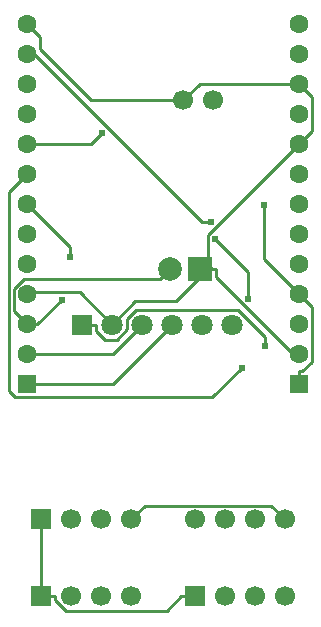
<source format=gbl>
G04 Layer: BottomLayer*
G04 EasyEDA v6.5.29, 2023-07-08 22:53:17*
G04 f4c6c8685b5442dcac5e84d632293f1e,52c161dc85b4440087471843f8ea1cfe,10*
G04 Gerber Generator version 0.2*
G04 Scale: 100 percent, Rotated: No, Reflected: No *
G04 Dimensions in millimeters *
G04 leading zeros omitted , absolute positions ,4 integer and 5 decimal *
%FSLAX45Y45*%
%MOMM*%

%AMMACRO1*21,1,$1,$2,0,0,$3*%
%ADD10C,0.2540*%
%ADD11MACRO1,1.6X1.6X90.0000*%
%ADD12C,1.6000*%
%ADD13R,2.0000X2.0000*%
%ADD14C,2.0000*%
%ADD15R,1.7000X1.7000*%
%ADD16C,1.7000*%
%ADD17C,1.8000*%
%ADD18R,1.8000X1.8000*%
%ADD19C,0.6096*%

%LPD*%
D10*
X8764978Y11249987D02*
G01*
X8882936Y11249987D01*
X10310594Y11064135D02*
G01*
X10310594Y11143460D01*
X10083949Y11370104D01*
X9222407Y11370104D01*
X9145978Y11293675D01*
X9145978Y11208763D01*
X9056545Y11119330D01*
X8954615Y11119330D01*
X8882936Y11191008D01*
X8882936Y11249987D01*
X10480977Y9599978D02*
G01*
X10365559Y9715395D01*
X9296397Y9715395D01*
X9180979Y9599978D01*
X9512983Y11719989D02*
G01*
X9427969Y11634975D01*
X8273641Y11634975D01*
X8189160Y11550495D01*
X8189160Y11364795D01*
X8299980Y11253975D01*
X8590226Y11460680D02*
G01*
X8383521Y11253975D01*
X8299980Y11253975D01*
X10599976Y12777975D02*
G01*
X9828959Y12006958D01*
X9828959Y11753999D01*
X9862969Y11719989D01*
X9894948Y11719989D02*
G01*
X9894948Y11652704D01*
X10547677Y10999975D01*
X10599976Y10999975D01*
X8418979Y9599978D02*
G01*
X8418979Y8949966D01*
X8418979Y8949966D02*
G01*
X8531959Y8949966D01*
X9718977Y8949966D02*
G01*
X9606023Y8949966D01*
X9606023Y8949966D02*
G01*
X9484179Y8828123D01*
X8625558Y8828123D01*
X8531959Y8921722D01*
X8531959Y8949966D01*
X9018978Y11249987D02*
G01*
X8746258Y11522707D01*
X8314712Y11522707D01*
X8299980Y11507975D01*
X9862969Y11719989D02*
G01*
X9894948Y11719989D01*
X9830965Y11719989D02*
G01*
X9862969Y11719989D01*
X9830965Y11719989D02*
G01*
X9556468Y11445491D01*
X9214482Y11445491D01*
X9018978Y11249987D01*
X9766983Y11719989D02*
G01*
X9830965Y11719989D01*
X10599976Y13285975D02*
G01*
X10709399Y13176552D01*
X10709399Y12887398D01*
X10599976Y12777975D01*
X9622990Y13149983D02*
G01*
X9758982Y13285975D01*
X10599976Y13285975D01*
X8299980Y13793975D02*
G01*
X8408083Y13685873D01*
X8408083Y13581733D01*
X8839832Y13149983D01*
X9622990Y13149983D01*
X9526978Y11249987D02*
G01*
X9022966Y10745975D01*
X8299980Y10745975D01*
X9272978Y11249987D02*
G01*
X9022966Y10999975D01*
X8299980Y10999975D01*
X8936377Y12874165D02*
G01*
X8840188Y12777975D01*
X8299980Y12777975D01*
X10599976Y11507975D02*
G01*
X10306555Y11801396D01*
X10306555Y12259942D01*
X10599976Y10853950D02*
G01*
X10626976Y10853950D01*
X10709399Y10936373D01*
X10709399Y11398552D01*
X10599976Y11507975D01*
X10599976Y10745975D02*
G01*
X10599976Y10853950D01*
X10114861Y10884405D02*
G01*
X9868227Y10637771D01*
X8194164Y10637771D01*
X8146895Y10685040D01*
X8146895Y12370889D01*
X8299980Y12523975D01*
X8663200Y11817753D02*
G01*
X8663200Y11906755D01*
X8299980Y12269975D01*
X9851920Y12117016D02*
G01*
X9776355Y12117016D01*
X8353397Y13539975D01*
X8299980Y13539975D01*
X10167820Y11462636D02*
G01*
X10167820Y11693420D01*
X9887506Y11973735D01*
D11*
G01*
X10599978Y10745975D03*
D12*
G01*
X10599978Y10999978D03*
G01*
X10599978Y11253978D03*
G01*
X10599978Y11507978D03*
G01*
X10599978Y11761978D03*
G01*
X10599978Y12015978D03*
G01*
X10599978Y12269978D03*
G01*
X10599978Y12523978D03*
G01*
X10599978Y12777978D03*
G01*
X10599978Y13031978D03*
G01*
X10599978Y13285978D03*
G01*
X10599978Y13539978D03*
G01*
X10599978Y13793978D03*
D11*
G01*
X8299983Y10745975D03*
D12*
G01*
X8299983Y10999978D03*
G01*
X8299983Y11253978D03*
G01*
X8299983Y11507978D03*
G01*
X8299983Y11761978D03*
G01*
X8299983Y12015978D03*
G01*
X8299983Y12269978D03*
G01*
X8299983Y12523978D03*
G01*
X8299983Y12777978D03*
G01*
X8299983Y13031978D03*
G01*
X8299983Y13285978D03*
G01*
X8299983Y13539978D03*
G01*
X8299983Y13793978D03*
D13*
G01*
X9766985Y11719966D03*
D14*
G01*
X9512985Y11719966D03*
D15*
G01*
X8418982Y9599980D03*
D16*
G01*
X8672982Y9599980D03*
G01*
X8926982Y9599980D03*
G01*
X9180982Y9599980D03*
D15*
G01*
X8418982Y8949969D03*
D16*
G01*
X8672982Y8949969D03*
G01*
X8926982Y8949969D03*
G01*
X9180982Y8949969D03*
G01*
X9718979Y9599980D03*
G01*
X9972979Y9599980D03*
G01*
X10226979Y9599980D03*
G01*
X10480979Y9599980D03*
D15*
G01*
X9718979Y8949969D03*
D16*
G01*
X9972979Y8949969D03*
G01*
X10226979Y8949969D03*
G01*
X10480979Y8949969D03*
D17*
G01*
X10034981Y11249964D03*
G01*
X9780981Y11249964D03*
G01*
X9526981Y11249964D03*
G01*
X9272981Y11249964D03*
G01*
X9018981Y11249964D03*
D18*
G01*
X8764981Y11249990D03*
D16*
G01*
X9876993Y13149961D03*
G01*
X9622993Y13149961D03*
D19*
G01*
X10310596Y11064138D03*
G01*
X8590229Y11460683D03*
G01*
X8936380Y12874167D03*
G01*
X10306558Y12259945D03*
G01*
X10114864Y10884408D03*
G01*
X8663203Y11817756D03*
G01*
X9851923Y12117019D03*
G01*
X9887508Y11973737D03*
G01*
X10167823Y11462638D03*
M02*

</source>
